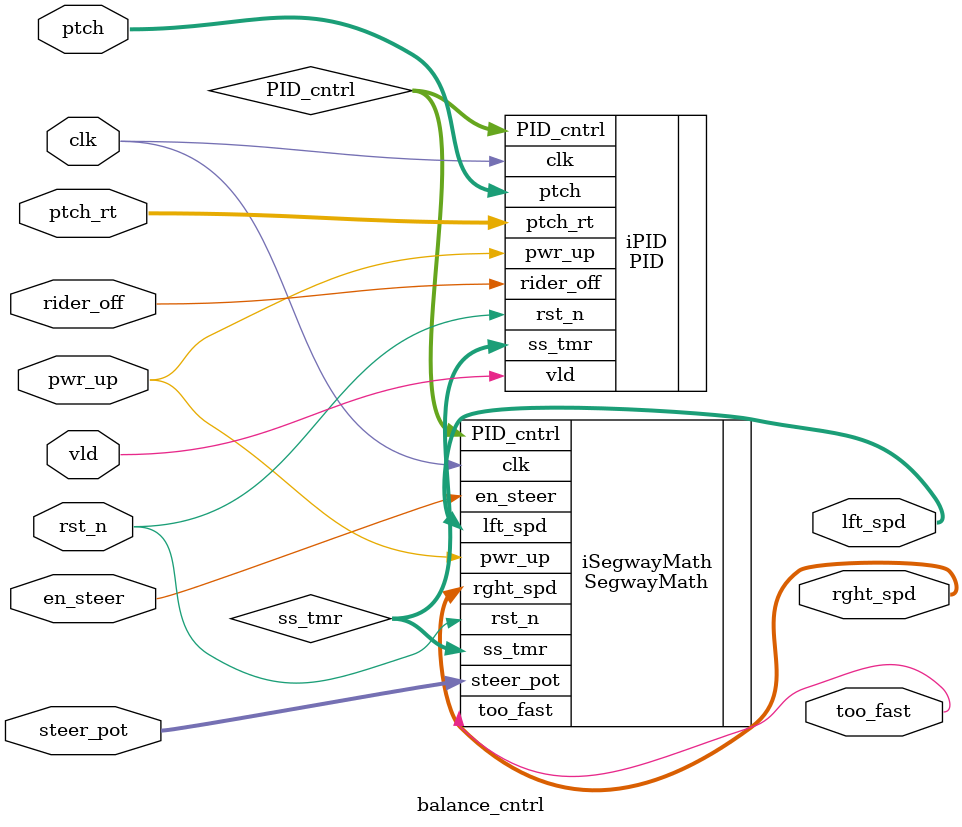
<source format=sv>
module balance_cntrl #(
    parameter logic fast_sim = 1'b1    // Default to fast simulation mode
) (
    // Inputs from sensors/controls
    input logic signed [15:0] ptch,
    input logic signed [15:0] ptch_rt,
    input logic [11:0] steer_pot,
    input logic clk,
    input logic rst_n,
    input logic vld,
    input logic pwr_up,
    input logic rider_off,
    input logic en_steer,
    // Outputs to motors/system
    output logic signed [11:0] lft_spd,
    output logic signed [11:0] rght_spd,
    output logic too_fast
);

    // Internal signals to connect PID to SegwayMath
    logic signed [11:0] PID_cntrl;
    logic [7:0] ss_tmr;

    // Instantiate PID controller with fast_sim parameter
    PID #(.fast_sim(fast_sim)) iPID(
        .ptch(ptch),
        .ptch_rt(ptch_rt),
        .PID_cntrl(PID_cntrl),
        .clk(clk),
        .rst_n(rst_n),
        .vld(vld),
        .ss_tmr(ss_tmr),
        .pwr_up(pwr_up),
        .rider_off(rider_off)
    );

    // Instantiate SegwayMath
    SegwayMath iSegwayMath(
        .PID_cntrl(PID_cntrl),
        .ss_tmr(ss_tmr),
        .steer_pot(steer_pot),
        .en_steer(en_steer),
        .pwr_up(pwr_up),
        .lft_spd(lft_spd),
        .rght_spd(rght_spd),
        .too_fast(too_fast),
        .clk(clk),
        .rst_n(rst_n)
    );

endmodule
</source>
